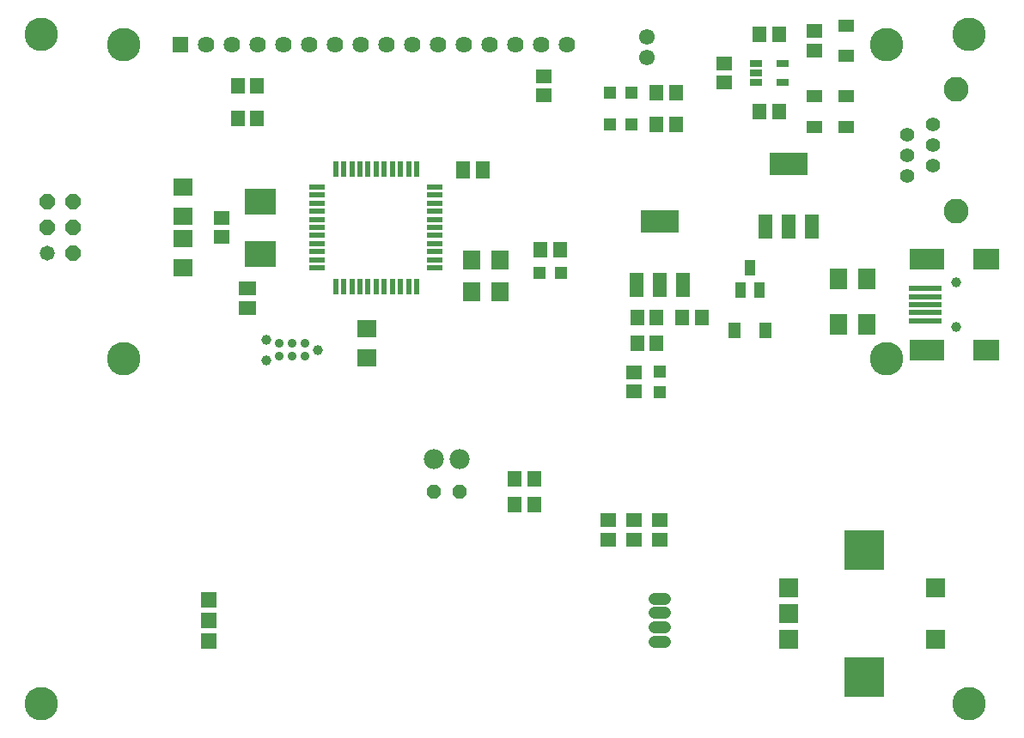
<source format=gbs>
G75*
%MOIN*%
%OFA0B0*%
%FSLAX25Y25*%
%IPPOS*%
%LPD*%
%AMOC8*
5,1,8,0,0,1.08239X$1,22.5*
%
%ADD10C,0.12998*%
%ADD11C,0.03500*%
%ADD12C,0.03900*%
%ADD13R,0.06306X0.05518*%
%ADD14R,0.10243X0.08274*%
%ADD15R,0.13392X0.08274*%
%ADD16R,0.12605X0.02369*%
%ADD17C,0.03943*%
%ADD18R,0.06699X0.08274*%
%ADD19R,0.06699X0.07487*%
%ADD20R,0.02369X0.06306*%
%ADD21R,0.06306X0.02369*%
%ADD22R,0.07487X0.06699*%
%ADD23R,0.05518X0.06699*%
%ADD24R,0.12211X0.10243*%
%ADD25R,0.05124X0.05124*%
%ADD26R,0.05518X0.06306*%
%ADD27R,0.15424X0.15424*%
%ADD28R,0.07487X0.07487*%
%ADD29R,0.05124X0.02565*%
%ADD30C,0.04534*%
%ADD31R,0.06400X0.06400*%
%ADD32C,0.06400*%
%ADD33R,0.05200X0.09200*%
%ADD34R,0.14573X0.09061*%
%ADD35C,0.05518*%
%ADD36C,0.09691*%
%ADD37R,0.04337X0.05912*%
%ADD38R,0.05124X0.05912*%
%ADD39R,0.05912X0.05124*%
%ADD40C,0.07800*%
%ADD41R,0.06306X0.06306*%
%ADD42C,0.06100*%
%ADD43R,0.06699X0.05518*%
%ADD44OC8,0.05200*%
%ADD45C,0.05800*%
%ADD46OC8,0.05800*%
D10*
X0018000Y0016800D03*
X0049969Y0150776D03*
X0049969Y0272824D03*
X0018000Y0276800D03*
X0346031Y0272824D03*
X0378000Y0276800D03*
X0346031Y0150776D03*
X0378000Y0016800D03*
D11*
X0120500Y0151800D03*
X0115500Y0151800D03*
X0115500Y0156800D03*
X0120500Y0156800D03*
X0110500Y0156800D03*
X0110500Y0151800D03*
D12*
X0105500Y0150300D03*
X0105500Y0158300D03*
X0125500Y0154300D03*
D13*
X0088000Y0198060D03*
X0088000Y0205540D03*
X0213000Y0253060D03*
X0213000Y0260540D03*
X0283000Y0258060D03*
X0283000Y0265540D03*
X0318000Y0270560D03*
X0318000Y0278040D03*
X0248000Y0145540D03*
X0248000Y0138060D03*
X0248000Y0088040D03*
X0248000Y0080560D03*
X0258000Y0080560D03*
X0258000Y0088040D03*
X0238000Y0088040D03*
X0238000Y0080560D03*
D14*
X0384811Y0154280D03*
X0384811Y0189320D03*
D15*
X0361583Y0189320D03*
X0361583Y0154280D03*
D16*
X0361189Y0165501D03*
X0361189Y0168650D03*
X0361189Y0171800D03*
X0361189Y0174950D03*
X0361189Y0178099D03*
D17*
X0373000Y0180461D03*
X0373000Y0163139D03*
D18*
X0338512Y0164300D03*
X0327488Y0164300D03*
X0327488Y0181800D03*
X0338512Y0181800D03*
D19*
X0196012Y0176800D03*
X0184988Y0176800D03*
X0184988Y0189300D03*
X0196012Y0189300D03*
D20*
X0163748Y0178965D03*
X0160598Y0178965D03*
X0157449Y0178965D03*
X0154299Y0178965D03*
X0151150Y0178965D03*
X0148000Y0178965D03*
X0144850Y0178965D03*
X0141701Y0178965D03*
X0138551Y0178965D03*
X0135402Y0178965D03*
X0132252Y0178965D03*
X0132252Y0224635D03*
X0135402Y0224635D03*
X0138551Y0224635D03*
X0141701Y0224635D03*
X0144850Y0224635D03*
X0148000Y0224635D03*
X0151150Y0224635D03*
X0154299Y0224635D03*
X0157449Y0224635D03*
X0160598Y0224635D03*
X0163748Y0224635D03*
D21*
X0170835Y0217548D03*
X0170835Y0214398D03*
X0170835Y0211249D03*
X0170835Y0208099D03*
X0170835Y0204950D03*
X0170835Y0201800D03*
X0170835Y0198650D03*
X0170835Y0195501D03*
X0170835Y0192351D03*
X0170835Y0189202D03*
X0170835Y0186052D03*
X0125165Y0186052D03*
X0125165Y0189202D03*
X0125165Y0192351D03*
X0125165Y0195501D03*
X0125165Y0198650D03*
X0125165Y0201800D03*
X0125165Y0204950D03*
X0125165Y0208099D03*
X0125165Y0211249D03*
X0125165Y0214398D03*
X0125165Y0217548D03*
D22*
X0073000Y0217312D03*
X0073000Y0206288D03*
X0073000Y0197312D03*
X0073000Y0186288D03*
X0144250Y0162312D03*
X0144250Y0151288D03*
D23*
X0181760Y0224300D03*
X0189240Y0224300D03*
D24*
X0103000Y0211898D03*
X0103000Y0191308D03*
D25*
X0211366Y0184300D03*
X0219634Y0184300D03*
X0258000Y0145934D03*
X0258000Y0137666D03*
X0247134Y0241800D03*
X0238866Y0241800D03*
X0238866Y0254300D03*
X0247134Y0254300D03*
D26*
X0256760Y0254300D03*
X0264240Y0254300D03*
X0264240Y0241800D03*
X0256760Y0241800D03*
X0296760Y0246800D03*
X0304240Y0246800D03*
X0304240Y0276800D03*
X0296760Y0276800D03*
X0219240Y0193000D03*
X0211760Y0193000D03*
X0249260Y0166800D03*
X0256740Y0166800D03*
X0256740Y0156800D03*
X0249260Y0156800D03*
X0266760Y0166800D03*
X0274240Y0166800D03*
X0209240Y0104300D03*
X0201760Y0104300D03*
X0201760Y0094300D03*
X0209240Y0094300D03*
X0101740Y0244300D03*
X0094260Y0244300D03*
X0094260Y0256800D03*
X0101740Y0256800D03*
D27*
X0337528Y0076406D03*
X0337528Y0027194D03*
D28*
X0365087Y0041957D03*
X0365087Y0061643D03*
X0308000Y0061643D03*
X0308000Y0051800D03*
X0308000Y0041957D03*
D29*
X0305619Y0258060D03*
X0295381Y0258060D03*
X0295381Y0261800D03*
X0295381Y0265540D03*
X0305619Y0265540D03*
D30*
X0260067Y0057611D02*
X0255933Y0057611D01*
X0255933Y0051987D02*
X0260067Y0051987D01*
X0260067Y0046363D02*
X0255933Y0046363D01*
X0255933Y0040739D02*
X0260067Y0040739D01*
D31*
X0072016Y0272824D03*
D32*
X0082016Y0272824D03*
X0092016Y0272824D03*
X0102016Y0272824D03*
X0112016Y0272824D03*
X0122016Y0272824D03*
X0132016Y0272824D03*
X0142016Y0272824D03*
X0152016Y0272824D03*
X0162016Y0272824D03*
X0172016Y0272824D03*
X0182016Y0272824D03*
X0192016Y0272824D03*
X0202016Y0272824D03*
X0212016Y0272824D03*
X0222016Y0272824D03*
D33*
X0298900Y0202100D03*
X0308000Y0202100D03*
X0317100Y0202100D03*
X0267100Y0179600D03*
X0258000Y0179600D03*
X0248900Y0179600D03*
D34*
X0258000Y0204001D03*
X0308000Y0226501D03*
D35*
X0353945Y0229831D03*
X0353945Y0221800D03*
X0363945Y0225737D03*
X0363945Y0233769D03*
X0363945Y0241800D03*
X0353945Y0237863D03*
D36*
X0373000Y0255422D03*
X0373000Y0208178D03*
D37*
X0296740Y0177469D03*
X0289260Y0177469D03*
X0293000Y0186131D03*
D38*
X0287094Y0161800D03*
X0298906Y0161800D03*
D39*
X0318000Y0240894D03*
X0318000Y0252706D03*
X0330500Y0252706D03*
X0330500Y0240894D03*
X0330500Y0268394D03*
X0330500Y0280206D03*
D40*
X0180500Y0111800D03*
X0170500Y0111800D03*
D41*
X0083000Y0057300D03*
X0083000Y0049300D03*
X0083000Y0041300D03*
D42*
X0253000Y0267863D03*
X0253000Y0275737D03*
D43*
X0098000Y0178040D03*
X0098000Y0170560D03*
D44*
X0170500Y0099300D03*
X0180500Y0099300D03*
D45*
X0020500Y0191800D03*
D46*
X0030500Y0191800D03*
X0030500Y0201800D03*
X0020500Y0201800D03*
X0020500Y0211800D03*
X0030500Y0211800D03*
M02*

</source>
